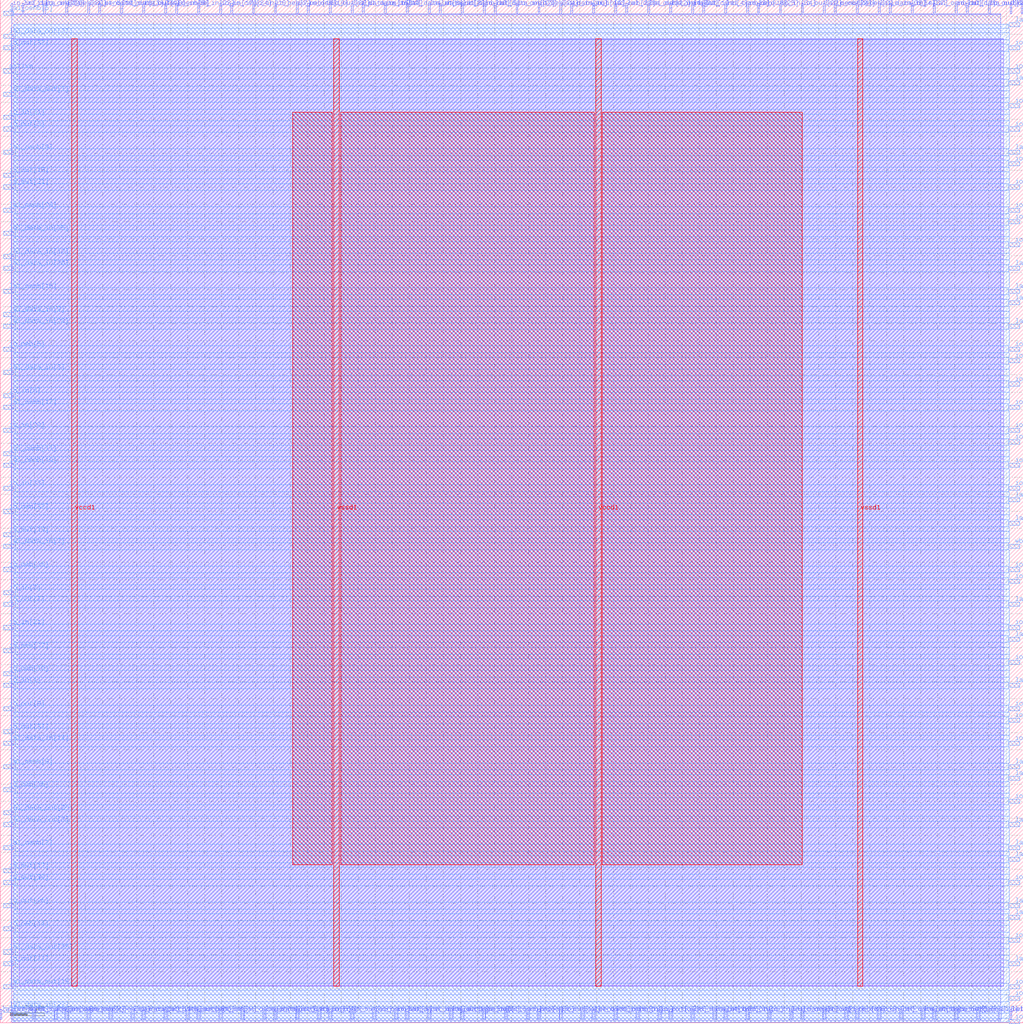
<source format=lef>
VERSION 5.7 ;
  NOWIREEXTENSIONATPIN ON ;
  DIVIDERCHAR "/" ;
  BUSBITCHARS "[]" ;
MACRO wrapped_simon_game
  CLASS BLOCK ;
  FOREIGN wrapped_simon_game ;
  ORIGIN 0.000 0.000 ;
  SIZE 300.000 BY 300.000 ;
  PIN active
    DIRECTION INPUT ;
    USE SIGNAL ;
    PORT
      LAYER met3 ;
        RECT 1.000 278.540 4.000 279.740 ;
    END
  END active
  PIN io_in[0]
    DIRECTION INPUT ;
    USE SIGNAL ;
    PORT
      LAYER met2 ;
        RECT 93.330 1.000 93.890 4.000 ;
    END
  END io_in[0]
  PIN io_in[10]
    DIRECTION INPUT ;
    USE SIGNAL ;
    PORT
      LAYER met2 ;
        RECT 167.390 296.000 167.950 299.000 ;
    END
  END io_in[10]
  PIN io_in[11]
    DIRECTION INPUT ;
    USE SIGNAL ;
    PORT
      LAYER met2 ;
        RECT 3.170 296.000 3.730 299.000 ;
    END
  END io_in[11]
  PIN io_in[12]
    DIRECTION INPUT ;
    USE SIGNAL ;
    PORT
      LAYER met3 ;
        RECT 296.000 251.340 299.000 252.540 ;
    END
  END io_in[12]
  PIN io_in[13]
    DIRECTION INPUT ;
    USE SIGNAL ;
    PORT
      LAYER met2 ;
        RECT 141.630 1.000 142.190 4.000 ;
    END
  END io_in[13]
  PIN io_in[14]
    DIRECTION INPUT ;
    USE SIGNAL ;
    PORT
      LAYER met2 ;
        RECT 112.650 296.000 113.210 299.000 ;
    END
  END io_in[14]
  PIN io_in[15]
    DIRECTION INPUT ;
    USE SIGNAL ;
    PORT
      LAYER met3 ;
        RECT 296.000 261.540 299.000 262.740 ;
    END
  END io_in[15]
  PIN io_in[16]
    DIRECTION INPUT ;
    USE SIGNAL ;
    PORT
      LAYER met3 ;
        RECT 296.000 23.540 299.000 24.740 ;
    END
  END io_in[16]
  PIN io_in[17]
    DIRECTION INPUT ;
    USE SIGNAL ;
    PORT
      LAYER met2 ;
        RECT 64.350 296.000 64.910 299.000 ;
    END
  END io_in[17]
  PIN io_in[18]
    DIRECTION INPUT ;
    USE SIGNAL ;
    PORT
      LAYER met2 ;
        RECT 74.010 296.000 74.570 299.000 ;
    END
  END io_in[18]
  PIN io_in[19]
    DIRECTION INPUT ;
    USE SIGNAL ;
    PORT
      LAYER met2 ;
        RECT 257.550 1.000 258.110 4.000 ;
    END
  END io_in[19]
  PIN io_in[1]
    DIRECTION INPUT ;
    USE SIGNAL ;
    PORT
      LAYER met3 ;
        RECT 1.000 98.340 4.000 99.540 ;
    END
  END io_in[1]
  PIN io_in[20]
    DIRECTION INPUT ;
    USE SIGNAL ;
    PORT
      LAYER met3 ;
        RECT 1.000 173.140 4.000 174.340 ;
    END
  END io_in[20]
  PIN io_in[21]
    DIRECTION INPUT ;
    USE SIGNAL ;
    PORT
      LAYER met3 ;
        RECT 1.000 115.340 4.000 116.540 ;
    END
  END io_in[21]
  PIN io_in[22]
    DIRECTION INPUT ;
    USE SIGNAL ;
    PORT
      LAYER met3 ;
        RECT 296.000 91.540 299.000 92.740 ;
    END
  END io_in[22]
  PIN io_in[23]
    DIRECTION INPUT ;
    USE SIGNAL ;
    PORT
      LAYER met2 ;
        RECT 57.910 296.000 58.470 299.000 ;
    END
  END io_in[23]
  PIN io_in[24]
    DIRECTION INPUT ;
    USE SIGNAL ;
    PORT
      LAYER met2 ;
        RECT 41.810 296.000 42.370 299.000 ;
    END
  END io_in[24]
  PIN io_in[25]
    DIRECTION INPUT ;
    USE SIGNAL ;
    PORT
      LAYER met2 ;
        RECT 225.350 1.000 225.910 4.000 ;
    END
  END io_in[25]
  PIN io_in[26]
    DIRECTION INPUT ;
    USE SIGNAL ;
    PORT
      LAYER met2 ;
        RECT 218.910 1.000 219.470 4.000 ;
    END
  END io_in[26]
  PIN io_in[27]
    DIRECTION INPUT ;
    USE SIGNAL ;
    PORT
      LAYER met3 ;
        RECT 296.000 64.340 299.000 65.540 ;
    END
  END io_in[27]
  PIN io_in[28]
    DIRECTION INPUT ;
    USE SIGNAL ;
    PORT
      LAYER met2 ;
        RECT 196.370 1.000 196.930 4.000 ;
    END
  END io_in[28]
  PIN io_in[29]
    DIRECTION INPUT ;
    USE SIGNAL ;
    PORT
      LAYER met2 ;
        RECT 299.410 296.000 299.970 299.000 ;
    END
  END io_in[29]
  PIN io_in[2]
    DIRECTION INPUT ;
    USE SIGNAL ;
    PORT
      LAYER met2 ;
        RECT 96.550 1.000 97.110 4.000 ;
    END
  END io_in[2]
  PIN io_in[30]
    DIRECTION INPUT ;
    USE SIGNAL ;
    PORT
      LAYER met3 ;
        RECT 296.000 115.340 299.000 116.540 ;
    END
  END io_in[30]
  PIN io_in[31]
    DIRECTION INPUT ;
    USE SIGNAL ;
    PORT
      LAYER met3 ;
        RECT 1.000 264.940 4.000 266.140 ;
    END
  END io_in[31]
  PIN io_in[32]
    DIRECTION INPUT ;
    USE SIGNAL ;
    PORT
      LAYER met2 ;
        RECT 186.710 1.000 187.270 4.000 ;
    END
  END io_in[32]
  PIN io_in[33]
    DIRECTION INPUT ;
    USE SIGNAL ;
    PORT
      LAYER met3 ;
        RECT 1.000 156.140 4.000 157.340 ;
    END
  END io_in[33]
  PIN io_in[34]
    DIRECTION INPUT ;
    USE SIGNAL ;
    PORT
      LAYER met2 ;
        RECT 228.570 296.000 229.130 299.000 ;
    END
  END io_in[34]
  PIN io_in[35]
    DIRECTION INPUT ;
    USE SIGNAL ;
    PORT
      LAYER met2 ;
        RECT 260.770 296.000 261.330 299.000 ;
    END
  END io_in[35]
  PIN io_in[36]
    DIRECTION INPUT ;
    USE SIGNAL ;
    PORT
      LAYER met3 ;
        RECT 296.000 186.740 299.000 187.940 ;
    END
  END io_in[36]
  PIN io_in[37]
    DIRECTION INPUT ;
    USE SIGNAL ;
    PORT
      LAYER met2 ;
        RECT 267.210 296.000 267.770 299.000 ;
    END
  END io_in[37]
  PIN io_in[3]
    DIRECTION INPUT ;
    USE SIGNAL ;
    PORT
      LAYER met2 ;
        RECT 173.830 296.000 174.390 299.000 ;
    END
  END io_in[3]
  PIN io_in[4]
    DIRECTION INPUT ;
    USE SIGNAL ;
    PORT
      LAYER met3 ;
        RECT 296.000 179.940 299.000 181.140 ;
    END
  END io_in[4]
  PIN io_in[5]
    DIRECTION INPUT ;
    USE SIGNAL ;
    PORT
      LAYER met3 ;
        RECT 296.000 285.340 299.000 286.540 ;
    END
  END io_in[5]
  PIN io_in[6]
    DIRECTION INPUT ;
    USE SIGNAL ;
    PORT
      LAYER met3 ;
        RECT 1.000 183.340 4.000 184.540 ;
    END
  END io_in[6]
  PIN io_in[7]
    DIRECTION INPUT ;
    USE SIGNAL ;
    PORT
      LAYER met3 ;
        RECT 1.000 125.540 4.000 126.740 ;
    END
  END io_in[7]
  PIN io_in[8]
    DIRECTION INPUT ;
    USE SIGNAL ;
    PORT
      LAYER met3 ;
        RECT 296.000 196.940 299.000 198.140 ;
    END
  END io_in[8]
  PIN io_in[9]
    DIRECTION INPUT ;
    USE SIGNAL ;
    PORT
      LAYER met2 ;
        RECT 51.470 296.000 52.030 299.000 ;
    END
  END io_in[9]
  PIN io_oeb[0]
    DIRECTION INOUT ;
    USE SIGNAL ;
    PORT
      LAYER met2 ;
        RECT 157.730 1.000 158.290 4.000 ;
    END
  END io_oeb[0]
  PIN io_oeb[10]
    DIRECTION INOUT ;
    USE SIGNAL ;
    PORT
      LAYER met3 ;
        RECT 1.000 101.740 4.000 102.940 ;
    END
  END io_oeb[10]
  PIN io_oeb[11]
    DIRECTION INOUT ;
    USE SIGNAL ;
    PORT
      LAYER met3 ;
        RECT 296.000 169.740 299.000 170.940 ;
    END
  END io_oeb[11]
  PIN io_oeb[12]
    DIRECTION INOUT ;
    USE SIGNAL ;
    PORT
      LAYER met3 ;
        RECT 296.000 88.140 299.000 89.340 ;
    END
  END io_oeb[12]
  PIN io_oeb[13]
    DIRECTION INOUT ;
    USE SIGNAL ;
    PORT
      LAYER met3 ;
        RECT 296.000 81.340 299.000 82.540 ;
    END
  END io_oeb[13]
  PIN io_oeb[14]
    DIRECTION INOUT ;
    USE SIGNAL ;
    PORT
      LAYER met3 ;
        RECT 1.000 26.940 4.000 28.140 ;
    END
  END io_oeb[14]
  PIN io_oeb[15]
    DIRECTION INOUT ;
    USE SIGNAL ;
    PORT
      LAYER met2 ;
        RECT 86.890 296.000 87.450 299.000 ;
    END
  END io_oeb[15]
  PIN io_oeb[16]
    DIRECTION INOUT ;
    USE SIGNAL ;
    PORT
      LAYER met3 ;
        RECT 296.000 9.940 299.000 11.140 ;
    END
  END io_oeb[16]
  PIN io_oeb[17]
    DIRECTION INOUT ;
    USE SIGNAL ;
    PORT
      LAYER met2 ;
        RECT 80.450 1.000 81.010 4.000 ;
    END
  END io_oeb[17]
  PIN io_oeb[18]
    DIRECTION INOUT ;
    USE SIGNAL ;
    PORT
      LAYER met2 ;
        RECT 218.910 296.000 219.470 299.000 ;
    END
  END io_oeb[18]
  PIN io_oeb[19]
    DIRECTION INOUT ;
    USE SIGNAL ;
    PORT
      LAYER met2 ;
        RECT 90.110 296.000 90.670 299.000 ;
    END
  END io_oeb[19]
  PIN io_oeb[1]
    DIRECTION INOUT ;
    USE SIGNAL ;
    PORT
      LAYER met2 ;
        RECT 235.010 1.000 235.570 4.000 ;
    END
  END io_oeb[1]
  PIN io_oeb[20]
    DIRECTION INOUT ;
    USE SIGNAL ;
    PORT
      LAYER met3 ;
        RECT 296.000 128.940 299.000 130.140 ;
    END
  END io_oeb[20]
  PIN io_oeb[21]
    DIRECTION INOUT ;
    USE SIGNAL ;
    PORT
      LAYER met2 ;
        RECT 12.830 296.000 13.390 299.000 ;
    END
  END io_oeb[21]
  PIN io_oeb[22]
    DIRECTION INOUT ;
    USE SIGNAL ;
    PORT
      LAYER met2 ;
        RECT 32.150 1.000 32.710 4.000 ;
    END
  END io_oeb[22]
  PIN io_oeb[23]
    DIRECTION INOUT ;
    USE SIGNAL ;
    PORT
      LAYER met2 ;
        RECT 151.290 296.000 151.850 299.000 ;
    END
  END io_oeb[23]
  PIN io_oeb[24]
    DIRECTION INOUT ;
    USE SIGNAL ;
    PORT
      LAYER met2 ;
        RECT 157.730 296.000 158.290 299.000 ;
    END
  END io_oeb[24]
  PIN io_oeb[25]
    DIRECTION INOUT ;
    USE SIGNAL ;
    PORT
      LAYER met2 ;
        RECT 286.530 1.000 287.090 4.000 ;
    END
  END io_oeb[25]
  PIN io_oeb[26]
    DIRECTION INOUT ;
    USE SIGNAL ;
    PORT
      LAYER met3 ;
        RECT 296.000 234.340 299.000 235.540 ;
    END
  END io_oeb[26]
  PIN io_oeb[27]
    DIRECTION INOUT ;
    USE SIGNAL ;
    PORT
      LAYER met2 ;
        RECT 180.270 296.000 180.830 299.000 ;
    END
  END io_oeb[27]
  PIN io_oeb[28]
    DIRECTION INOUT ;
    USE SIGNAL ;
    PORT
      LAYER met2 ;
        RECT 251.110 1.000 251.670 4.000 ;
    END
  END io_oeb[28]
  PIN io_oeb[29]
    DIRECTION INOUT ;
    USE SIGNAL ;
    PORT
      LAYER met3 ;
        RECT 296.000 193.540 299.000 194.740 ;
    END
  END io_oeb[29]
  PIN io_oeb[2]
    DIRECTION INOUT ;
    USE SIGNAL ;
    PORT
      LAYER met2 ;
        RECT 251.110 296.000 251.670 299.000 ;
    END
  END io_oeb[2]
  PIN io_oeb[30]
    DIRECTION INOUT ;
    USE SIGNAL ;
    PORT
      LAYER met2 ;
        RECT 19.270 296.000 19.830 299.000 ;
    END
  END io_oeb[30]
  PIN io_oeb[31]
    DIRECTION INOUT ;
    USE SIGNAL ;
    PORT
      LAYER met2 ;
        RECT 247.890 1.000 248.450 4.000 ;
    END
  END io_oeb[31]
  PIN io_oeb[32]
    DIRECTION INOUT ;
    USE SIGNAL ;
    PORT
      LAYER met3 ;
        RECT 1.000 149.340 4.000 150.540 ;
    END
  END io_oeb[32]
  PIN io_oeb[33]
    DIRECTION INOUT ;
    USE SIGNAL ;
    PORT
      LAYER met2 ;
        RECT 292.970 1.000 293.530 4.000 ;
    END
  END io_oeb[33]
  PIN io_oeb[34]
    DIRECTION INOUT ;
    USE SIGNAL ;
    PORT
      LAYER met2 ;
        RECT 67.570 296.000 68.130 299.000 ;
    END
  END io_oeb[34]
  PIN io_oeb[35]
    DIRECTION INOUT ;
    USE SIGNAL ;
    PORT
      LAYER met3 ;
        RECT 1.000 132.340 4.000 133.540 ;
    END
  END io_oeb[35]
  PIN io_oeb[36]
    DIRECTION INOUT ;
    USE SIGNAL ;
    PORT
      LAYER met3 ;
        RECT 1.000 67.740 4.000 68.940 ;
    END
  END io_oeb[36]
  PIN io_oeb[37]
    DIRECTION INOUT ;
    USE SIGNAL ;
    PORT
      LAYER met3 ;
        RECT 1.000 108.540 4.000 109.740 ;
    END
  END io_oeb[37]
  PIN io_oeb[3]
    DIRECTION INOUT ;
    USE SIGNAL ;
    PORT
      LAYER met2 ;
        RECT 154.510 1.000 155.070 4.000 ;
    END
  END io_oeb[3]
  PIN io_oeb[4]
    DIRECTION INOUT ;
    USE SIGNAL ;
    PORT
      LAYER met3 ;
        RECT 296.000 -0.260 299.000 0.940 ;
    END
  END io_oeb[4]
  PIN io_oeb[5]
    DIRECTION INOUT ;
    USE SIGNAL ;
    PORT
      LAYER met3 ;
        RECT 1.000 196.940 4.000 198.140 ;
    END
  END io_oeb[5]
  PIN io_oeb[6]
    DIRECTION INOUT ;
    USE SIGNAL ;
    PORT
      LAYER met3 ;
        RECT 296.000 105.140 299.000 106.340 ;
    END
  END io_oeb[6]
  PIN io_oeb[7]
    DIRECTION INOUT ;
    USE SIGNAL ;
    PORT
      LAYER met2 ;
        RECT 80.450 296.000 81.010 299.000 ;
    END
  END io_oeb[7]
  PIN io_oeb[8]
    DIRECTION INOUT ;
    USE SIGNAL ;
    PORT
      LAYER met2 ;
        RECT 25.710 1.000 26.270 4.000 ;
    END
  END io_oeb[8]
  PIN io_oeb[9]
    DIRECTION INOUT ;
    USE SIGNAL ;
    PORT
      LAYER met2 ;
        RECT 64.350 1.000 64.910 4.000 ;
    END
  END io_oeb[9]
  PIN io_out[0]
    DIRECTION INOUT ;
    USE SIGNAL ;
    PORT
      LAYER met3 ;
        RECT 296.000 278.540 299.000 279.740 ;
    END
  END io_out[0]
  PIN io_out[10]
    DIRECTION INOUT ;
    USE SIGNAL ;
    PORT
      LAYER met3 ;
        RECT 296.000 162.940 299.000 164.140 ;
    END
  END io_out[10]
  PIN io_out[11]
    DIRECTION INOUT ;
    USE SIGNAL ;
    PORT
      LAYER met3 ;
        RECT 1.000 16.740 4.000 17.940 ;
    END
  END io_out[11]
  PIN io_out[12]
    DIRECTION INOUT ;
    USE SIGNAL ;
    PORT
      LAYER met3 ;
        RECT 1.000 43.940 4.000 45.140 ;
    END
  END io_out[12]
  PIN io_out[13]
    DIRECTION INOUT ;
    USE SIGNAL ;
    PORT
      LAYER met2 ;
        RECT 241.450 1.000 242.010 4.000 ;
    END
  END io_out[13]
  PIN io_out[14]
    DIRECTION INOUT ;
    USE SIGNAL ;
    PORT
      LAYER met3 ;
        RECT 296.000 237.740 299.000 238.940 ;
    END
  END io_out[14]
  PIN io_out[15]
    DIRECTION INOUT ;
    USE SIGNAL ;
    PORT
      LAYER met3 ;
        RECT 1.000 247.940 4.000 249.140 ;
    END
  END io_out[15]
  PIN io_out[16]
    DIRECTION INOUT ;
    USE SIGNAL ;
    PORT
      LAYER met3 ;
        RECT 296.000 156.140 299.000 157.340 ;
    END
  END io_out[16]
  PIN io_out[17]
    DIRECTION INOUT ;
    USE SIGNAL ;
    PORT
      LAYER met2 ;
        RECT 280.090 296.000 280.650 299.000 ;
    END
  END io_out[17]
  PIN io_out[18]
    DIRECTION INOUT ;
    USE SIGNAL ;
    PORT
      LAYER met2 ;
        RECT 280.090 1.000 280.650 4.000 ;
    END
  END io_out[18]
  PIN io_out[19]
    DIRECTION INOUT ;
    USE SIGNAL ;
    PORT
      LAYER met3 ;
        RECT 1.000 142.540 4.000 143.740 ;
    END
  END io_out[19]
  PIN io_out[1]
    DIRECTION INOUT ;
    USE SIGNAL ;
    PORT
      LAYER met2 ;
        RECT 202.810 296.000 203.370 299.000 ;
    END
  END io_out[1]
  PIN io_out[20]
    DIRECTION INOUT ;
    USE SIGNAL ;
    PORT
      LAYER met2 ;
        RECT 244.670 296.000 245.230 299.000 ;
    END
  END io_out[20]
  PIN io_out[21]
    DIRECTION INOUT ;
    USE SIGNAL ;
    PORT
      LAYER met3 ;
        RECT 1.000 244.540 4.000 245.740 ;
    END
  END io_out[21]
  PIN io_out[22]
    DIRECTION INOUT ;
    USE SIGNAL ;
    PORT
      LAYER met2 ;
        RECT 193.150 1.000 193.710 4.000 ;
    END
  END io_out[22]
  PIN io_out[23]
    DIRECTION INOUT ;
    USE SIGNAL ;
    PORT
      LAYER met3 ;
        RECT 296.000 132.340 299.000 133.540 ;
    END
  END io_out[23]
  PIN io_out[24]
    DIRECTION INOUT ;
    USE SIGNAL ;
    PORT
      LAYER met2 ;
        RECT 164.170 1.000 164.730 4.000 ;
    END
  END io_out[24]
  PIN io_out[25]
    DIRECTION INOUT ;
    USE SIGNAL ;
    PORT
      LAYER met2 ;
        RECT 222.130 296.000 222.690 299.000 ;
    END
  END io_out[25]
  PIN io_out[26]
    DIRECTION INOUT ;
    USE SIGNAL ;
    PORT
      LAYER met3 ;
        RECT 1.000 33.740 4.000 34.940 ;
    END
  END io_out[26]
  PIN io_out[27]
    DIRECTION INOUT ;
    USE SIGNAL ;
    PORT
      LAYER met2 ;
        RECT 235.010 296.000 235.570 299.000 ;
    END
  END io_out[27]
  PIN io_out[28]
    DIRECTION INOUT ;
    USE SIGNAL ;
    PORT
      LAYER met2 ;
        RECT 102.990 1.000 103.550 4.000 ;
    END
  END io_out[28]
  PIN io_out[29]
    DIRECTION INOUT ;
    USE SIGNAL ;
    PORT
      LAYER met3 ;
        RECT 296.000 6.540 299.000 7.740 ;
    END
  END io_out[29]
  PIN io_out[2]
    DIRECTION INOUT ;
    USE SIGNAL ;
    PORT
      LAYER met2 ;
        RECT 41.810 1.000 42.370 4.000 ;
    END
  END io_out[2]
  PIN io_out[30]
    DIRECTION INOUT ;
    USE SIGNAL ;
    PORT
      LAYER met3 ;
        RECT 1.000 40.540 4.000 41.740 ;
    END
  END io_out[30]
  PIN io_out[31]
    DIRECTION INOUT ;
    USE SIGNAL ;
    PORT
      LAYER met3 ;
        RECT 1.000 84.740 4.000 85.940 ;
    END
  END io_out[31]
  PIN io_out[32]
    DIRECTION INOUT ;
    USE SIGNAL ;
    PORT
      LAYER met3 ;
        RECT 1.000 285.340 4.000 286.540 ;
    END
  END io_out[32]
  PIN io_out[33]
    DIRECTION INOUT ;
    USE SIGNAL ;
    PORT
      LAYER met3 ;
        RECT 296.000 40.540 299.000 41.740 ;
    END
  END io_out[33]
  PIN io_out[34]
    DIRECTION INOUT ;
    USE SIGNAL ;
    PORT
      LAYER met3 ;
        RECT 296.000 244.540 299.000 245.740 ;
    END
  END io_out[34]
  PIN io_out[35]
    DIRECTION INOUT ;
    USE SIGNAL ;
    PORT
      LAYER met3 ;
        RECT 296.000 227.540 299.000 228.740 ;
    END
  END io_out[35]
  PIN io_out[36]
    DIRECTION INOUT ;
    USE SIGNAL ;
    PORT
      LAYER met2 ;
        RECT 96.550 296.000 97.110 299.000 ;
    END
  END io_out[36]
  PIN io_out[37]
    DIRECTION INOUT ;
    USE SIGNAL ;
    PORT
      LAYER met3 ;
        RECT 296.000 268.340 299.000 269.540 ;
    END
  END io_out[37]
  PIN io_out[3]
    DIRECTION INOUT ;
    USE SIGNAL ;
    PORT
      LAYER met3 ;
        RECT 1.000 261.540 4.000 262.740 ;
    END
  END io_out[3]
  PIN io_out[4]
    DIRECTION INOUT ;
    USE SIGNAL ;
    PORT
      LAYER met3 ;
        RECT 296.000 173.140 299.000 174.340 ;
    END
  END io_out[4]
  PIN io_out[5]
    DIRECTION INOUT ;
    USE SIGNAL ;
    PORT
      LAYER met2 ;
        RECT 141.630 296.000 142.190 299.000 ;
    END
  END io_out[5]
  PIN io_out[6]
    DIRECTION INOUT ;
    USE SIGNAL ;
    PORT
      LAYER met2 ;
        RECT 289.750 296.000 290.310 299.000 ;
    END
  END io_out[6]
  PIN io_out[7]
    DIRECTION INOUT ;
    USE SIGNAL ;
    PORT
      LAYER met3 ;
        RECT 1.000 122.140 4.000 123.340 ;
    END
  END io_out[7]
  PIN io_out[8]
    DIRECTION INOUT ;
    USE SIGNAL ;
    PORT
      LAYER met2 ;
        RECT 115.870 1.000 116.430 4.000 ;
    END
  END io_out[8]
  PIN io_out[9]
    DIRECTION INOUT ;
    USE SIGNAL ;
    PORT
      LAYER met3 ;
        RECT 1.000 91.540 4.000 92.740 ;
    END
  END io_out[9]
  PIN la1_data_in[0]
    DIRECTION INPUT ;
    USE SIGNAL ;
    PORT
      LAYER met3 ;
        RECT 296.000 47.340 299.000 48.540 ;
    END
  END la1_data_in[0]
  PIN la1_data_in[10]
    DIRECTION INPUT ;
    USE SIGNAL ;
    PORT
      LAYER met2 ;
        RECT 131.970 1.000 132.530 4.000 ;
    END
  END la1_data_in[10]
  PIN la1_data_in[11]
    DIRECTION INPUT ;
    USE SIGNAL ;
    PORT
      LAYER met3 ;
        RECT 296.000 33.740 299.000 34.940 ;
    END
  END la1_data_in[11]
  PIN la1_data_in[12]
    DIRECTION INPUT ;
    USE SIGNAL ;
    PORT
      LAYER met3 ;
        RECT 1.000 224.140 4.000 225.340 ;
    END
  END la1_data_in[12]
  PIN la1_data_in[13]
    DIRECTION INPUT ;
    USE SIGNAL ;
    PORT
      LAYER met2 ;
        RECT 202.810 1.000 203.370 4.000 ;
    END
  END la1_data_in[13]
  PIN la1_data_in[14]
    DIRECTION INPUT ;
    USE SIGNAL ;
    PORT
      LAYER met3 ;
        RECT 1.000 81.340 4.000 82.540 ;
    END
  END la1_data_in[14]
  PIN la1_data_in[15]
    DIRECTION INPUT ;
    USE SIGNAL ;
    PORT
      LAYER met2 ;
        RECT 102.990 296.000 103.550 299.000 ;
    END
  END la1_data_in[15]
  PIN la1_data_in[16]
    DIRECTION INPUT ;
    USE SIGNAL ;
    PORT
      LAYER met2 ;
        RECT 189.930 296.000 190.490 299.000 ;
    END
  END la1_data_in[16]
  PIN la1_data_in[17]
    DIRECTION INPUT ;
    USE SIGNAL ;
    PORT
      LAYER met2 ;
        RECT 144.850 296.000 145.410 299.000 ;
    END
  END la1_data_in[17]
  PIN la1_data_in[18]
    DIRECTION INPUT ;
    USE SIGNAL ;
    PORT
      LAYER met2 ;
        RECT 263.990 1.000 264.550 4.000 ;
    END
  END la1_data_in[18]
  PIN la1_data_in[19]
    DIRECTION INPUT ;
    USE SIGNAL ;
    PORT
      LAYER met2 ;
        RECT 106.210 296.000 106.770 299.000 ;
    END
  END la1_data_in[19]
  PIN la1_data_in[1]
    DIRECTION INPUT ;
    USE SIGNAL ;
    PORT
      LAYER met2 ;
        RECT 119.090 1.000 119.650 4.000 ;
    END
  END la1_data_in[1]
  PIN la1_data_in[20]
    DIRECTION INPUT ;
    USE SIGNAL ;
    PORT
      LAYER met3 ;
        RECT 1.000 220.740 4.000 221.940 ;
    END
  END la1_data_in[20]
  PIN la1_data_in[21]
    DIRECTION INPUT ;
    USE SIGNAL ;
    PORT
      LAYER met2 ;
        RECT 296.190 296.000 296.750 299.000 ;
    END
  END la1_data_in[21]
  PIN la1_data_in[22]
    DIRECTION INPUT ;
    USE SIGNAL ;
    PORT
      LAYER met3 ;
        RECT 296.000 50.740 299.000 51.940 ;
    END
  END la1_data_in[22]
  PIN la1_data_in[23]
    DIRECTION INPUT ;
    USE SIGNAL ;
    PORT
      LAYER met3 ;
        RECT 1.000 3.140 4.000 4.340 ;
    END
  END la1_data_in[23]
  PIN la1_data_in[24]
    DIRECTION INPUT ;
    USE SIGNAL ;
    PORT
      LAYER met2 ;
        RECT 86.890 1.000 87.450 4.000 ;
    END
  END la1_data_in[24]
  PIN la1_data_in[25]
    DIRECTION INPUT ;
    USE SIGNAL ;
    PORT
      LAYER met3 ;
        RECT 1.000 230.940 4.000 232.140 ;
    END
  END la1_data_in[25]
  PIN la1_data_in[26]
    DIRECTION INPUT ;
    USE SIGNAL ;
    PORT
      LAYER met3 ;
        RECT 296.000 16.740 299.000 17.940 ;
    END
  END la1_data_in[26]
  PIN la1_data_in[27]
    DIRECTION INPUT ;
    USE SIGNAL ;
    PORT
      LAYER met2 ;
        RECT 173.830 1.000 174.390 4.000 ;
    END
  END la1_data_in[27]
  PIN la1_data_in[28]
    DIRECTION INPUT ;
    USE SIGNAL ;
    PORT
      LAYER met3 ;
        RECT 1.000 203.740 4.000 204.940 ;
    END
  END la1_data_in[28]
  PIN la1_data_in[29]
    DIRECTION INPUT ;
    USE SIGNAL ;
    PORT
      LAYER met2 ;
        RECT 6.390 296.000 6.950 299.000 ;
    END
  END la1_data_in[29]
  PIN la1_data_in[2]
    DIRECTION INPUT ;
    USE SIGNAL ;
    PORT
      LAYER met2 ;
        RECT 70.790 1.000 71.350 4.000 ;
    END
  END la1_data_in[2]
  PIN la1_data_in[30]
    DIRECTION INPUT ;
    USE SIGNAL ;
    PORT
      LAYER met2 ;
        RECT 9.610 1.000 10.170 4.000 ;
    END
  END la1_data_in[30]
  PIN la1_data_in[31]
    DIRECTION INPUT ;
    USE SIGNAL ;
    PORT
      LAYER met2 ;
        RECT 231.790 1.000 232.350 4.000 ;
    END
  END la1_data_in[31]
  PIN la1_data_in[3]
    DIRECTION INPUT ;
    USE SIGNAL ;
    PORT
      LAYER met3 ;
        RECT 1.000 190.140 4.000 191.340 ;
    END
  END la1_data_in[3]
  PIN la1_data_in[4]
    DIRECTION INPUT ;
    USE SIGNAL ;
    PORT
      LAYER met2 ;
        RECT 257.550 296.000 258.110 299.000 ;
    END
  END la1_data_in[4]
  PIN la1_data_in[5]
    DIRECTION INPUT ;
    USE SIGNAL ;
    PORT
      LAYER met3 ;
        RECT 296.000 145.940 299.000 147.140 ;
    END
  END la1_data_in[5]
  PIN la1_data_in[6]
    DIRECTION INPUT ;
    USE SIGNAL ;
    PORT
      LAYER met2 ;
        RECT 119.090 296.000 119.650 299.000 ;
    END
  END la1_data_in[6]
  PIN la1_data_in[7]
    DIRECTION INPUT ;
    USE SIGNAL ;
    PORT
      LAYER met3 ;
        RECT 1.000 139.140 4.000 140.340 ;
    END
  END la1_data_in[7]
  PIN la1_data_in[8]
    DIRECTION INPUT ;
    USE SIGNAL ;
    PORT
      LAYER met2 ;
        RECT 125.530 296.000 126.090 299.000 ;
    END
  END la1_data_in[8]
  PIN la1_data_in[9]
    DIRECTION INPUT ;
    USE SIGNAL ;
    PORT
      LAYER met3 ;
        RECT 1.000 207.140 4.000 208.340 ;
    END
  END la1_data_in[9]
  PIN la1_data_out[0]
    DIRECTION INOUT ;
    USE SIGNAL ;
    PORT
      LAYER met2 ;
        RECT 48.250 1.000 48.810 4.000 ;
    END
  END la1_data_out[0]
  PIN la1_data_out[10]
    DIRECTION INOUT ;
    USE SIGNAL ;
    PORT
      LAYER met3 ;
        RECT 296.000 71.140 299.000 72.340 ;
    END
  END la1_data_out[10]
  PIN la1_data_out[11]
    DIRECTION INOUT ;
    USE SIGNAL ;
    PORT
      LAYER met2 ;
        RECT 135.190 1.000 135.750 4.000 ;
    END
  END la1_data_out[11]
  PIN la1_data_out[12]
    DIRECTION INOUT ;
    USE SIGNAL ;
    PORT
      LAYER met3 ;
        RECT 296.000 275.140 299.000 276.340 ;
    END
  END la1_data_out[12]
  PIN la1_data_out[13]
    DIRECTION INOUT ;
    USE SIGNAL ;
    PORT
      LAYER met2 ;
        RECT 28.930 296.000 29.490 299.000 ;
    END
  END la1_data_out[13]
  PIN la1_data_out[14]
    DIRECTION INOUT ;
    USE SIGNAL ;
    PORT
      LAYER met2 ;
        RECT 164.170 296.000 164.730 299.000 ;
    END
  END la1_data_out[14]
  PIN la1_data_out[15]
    DIRECTION INOUT ;
    USE SIGNAL ;
    PORT
      LAYER met3 ;
        RECT 1.000 9.940 4.000 11.140 ;
    END
  END la1_data_out[15]
  PIN la1_data_out[16]
    DIRECTION INOUT ;
    USE SIGNAL ;
    PORT
      LAYER met3 ;
        RECT 296.000 98.340 299.000 99.540 ;
    END
  END la1_data_out[16]
  PIN la1_data_out[17]
    DIRECTION INOUT ;
    USE SIGNAL ;
    PORT
      LAYER met3 ;
        RECT 296.000 213.940 299.000 215.140 ;
    END
  END la1_data_out[17]
  PIN la1_data_out[18]
    DIRECTION INOUT ;
    USE SIGNAL ;
    PORT
      LAYER met2 ;
        RECT 35.370 296.000 35.930 299.000 ;
    END
  END la1_data_out[18]
  PIN la1_data_out[19]
    DIRECTION INOUT ;
    USE SIGNAL ;
    PORT
      LAYER met3 ;
        RECT 296.000 152.740 299.000 153.940 ;
    END
  END la1_data_out[19]
  PIN la1_data_out[1]
    DIRECTION INOUT ;
    USE SIGNAL ;
    PORT
      LAYER met3 ;
        RECT 1.000 271.740 4.000 272.940 ;
    END
  END la1_data_out[1]
  PIN la1_data_out[20]
    DIRECTION INOUT ;
    USE SIGNAL ;
    PORT
      LAYER met3 ;
        RECT 1.000 60.940 4.000 62.140 ;
    END
  END la1_data_out[20]
  PIN la1_data_out[21]
    DIRECTION INOUT ;
    USE SIGNAL ;
    PORT
      LAYER met3 ;
        RECT 296.000 254.740 299.000 255.940 ;
    END
  END la1_data_out[21]
  PIN la1_data_out[22]
    DIRECTION INOUT ;
    USE SIGNAL ;
    PORT
      LAYER met2 ;
        RECT 183.490 296.000 184.050 299.000 ;
    END
  END la1_data_out[22]
  PIN la1_data_out[23]
    DIRECTION INOUT ;
    USE SIGNAL ;
    PORT
      LAYER met2 ;
        RECT 77.230 1.000 77.790 4.000 ;
    END
  END la1_data_out[23]
  PIN la1_data_out[24]
    DIRECTION INOUT ;
    USE SIGNAL ;
    PORT
      LAYER met3 ;
        RECT 296.000 111.940 299.000 113.140 ;
    END
  END la1_data_out[24]
  PIN la1_data_out[25]
    DIRECTION INOUT ;
    USE SIGNAL ;
    PORT
      LAYER met3 ;
        RECT 1.000 20.140 4.000 21.340 ;
    END
  END la1_data_out[25]
  PIN la1_data_out[26]
    DIRECTION INOUT ;
    USE SIGNAL ;
    PORT
      LAYER met3 ;
        RECT 296.000 30.340 299.000 31.540 ;
    END
  END la1_data_out[26]
  PIN la1_data_out[27]
    DIRECTION INOUT ;
    USE SIGNAL ;
    PORT
      LAYER met3 ;
        RECT 1.000 288.740 4.000 289.940 ;
    END
  END la1_data_out[27]
  PIN la1_data_out[28]
    DIRECTION INOUT ;
    USE SIGNAL ;
    PORT
      LAYER met2 ;
        RECT 270.430 1.000 270.990 4.000 ;
    END
  END la1_data_out[28]
  PIN la1_data_out[29]
    DIRECTION INOUT ;
    USE SIGNAL ;
    PORT
      LAYER met2 ;
        RECT 38.590 1.000 39.150 4.000 ;
    END
  END la1_data_out[29]
  PIN la1_data_out[2]
    DIRECTION INOUT ;
    USE SIGNAL ;
    PORT
      LAYER met2 ;
        RECT 125.530 1.000 126.090 4.000 ;
    END
  END la1_data_out[2]
  PIN la1_data_out[30]
    DIRECTION INOUT ;
    USE SIGNAL ;
    PORT
      LAYER met3 ;
        RECT 296.000 74.540 299.000 75.740 ;
    END
  END la1_data_out[30]
  PIN la1_data_out[31]
    DIRECTION INOUT ;
    USE SIGNAL ;
    PORT
      LAYER met3 ;
        RECT 296.000 292.140 299.000 293.340 ;
    END
  END la1_data_out[31]
  PIN la1_data_out[3]
    DIRECTION INOUT ;
    USE SIGNAL ;
    PORT
      LAYER met3 ;
        RECT 1.000 57.540 4.000 58.740 ;
    END
  END la1_data_out[3]
  PIN la1_data_out[4]
    DIRECTION INOUT ;
    USE SIGNAL ;
    PORT
      LAYER met2 ;
        RECT 273.650 1.000 274.210 4.000 ;
    END
  END la1_data_out[4]
  PIN la1_data_out[5]
    DIRECTION INOUT ;
    USE SIGNAL ;
    PORT
      LAYER met2 ;
        RECT 19.270 1.000 19.830 4.000 ;
    END
  END la1_data_out[5]
  PIN la1_data_out[6]
    DIRECTION INOUT ;
    USE SIGNAL ;
    PORT
      LAYER met3 ;
        RECT 296.000 122.140 299.000 123.340 ;
    END
  END la1_data_out[6]
  PIN la1_data_out[7]
    DIRECTION INOUT ;
    USE SIGNAL ;
    PORT
      LAYER met2 ;
        RECT 3.170 1.000 3.730 4.000 ;
    END
  END la1_data_out[7]
  PIN la1_data_out[8]
    DIRECTION INOUT ;
    USE SIGNAL ;
    PORT
      LAYER met3 ;
        RECT 296.000 220.740 299.000 221.940 ;
    END
  END la1_data_out[8]
  PIN la1_data_out[9]
    DIRECTION INOUT ;
    USE SIGNAL ;
    PORT
      LAYER met2 ;
        RECT 283.310 296.000 283.870 299.000 ;
    END
  END la1_data_out[9]
  PIN la1_oenb[0]
    DIRECTION INPUT ;
    USE SIGNAL ;
    PORT
      LAYER met2 ;
        RECT 296.190 1.000 296.750 4.000 ;
    END
  END la1_oenb[0]
  PIN la1_oenb[10]
    DIRECTION INPUT ;
    USE SIGNAL ;
    PORT
      LAYER met2 ;
        RECT 273.650 296.000 274.210 299.000 ;
    END
  END la1_oenb[10]
  PIN la1_oenb[11]
    DIRECTION INPUT ;
    USE SIGNAL ;
    PORT
      LAYER met3 ;
        RECT 1.000 166.340 4.000 167.540 ;
    END
  END la1_oenb[11]
  PIN la1_oenb[12]
    DIRECTION INPUT ;
    USE SIGNAL ;
    PORT
      LAYER met3 ;
        RECT 1.000 179.940 4.000 181.140 ;
    END
  END la1_oenb[12]
  PIN la1_oenb[13]
    DIRECTION INPUT ;
    USE SIGNAL ;
    PORT
      LAYER met2 ;
        RECT 180.270 1.000 180.830 4.000 ;
    END
  END la1_oenb[13]
  PIN la1_oenb[14]
    DIRECTION INPUT ;
    USE SIGNAL ;
    PORT
      LAYER met2 ;
        RECT -0.050 1.000 0.510 4.000 ;
    END
  END la1_oenb[14]
  PIN la1_oenb[15]
    DIRECTION INPUT ;
    USE SIGNAL ;
    PORT
      LAYER met2 ;
        RECT 212.470 1.000 213.030 4.000 ;
    END
  END la1_oenb[15]
  PIN la1_oenb[16]
    DIRECTION INPUT ;
    USE SIGNAL ;
    PORT
      LAYER met3 ;
        RECT 1.000 213.940 4.000 215.140 ;
    END
  END la1_oenb[16]
  PIN la1_oenb[17]
    DIRECTION INPUT ;
    USE SIGNAL ;
    PORT
      LAYER met2 ;
        RECT 25.710 296.000 26.270 299.000 ;
    END
  END la1_oenb[17]
  PIN la1_oenb[18]
    DIRECTION INPUT ;
    USE SIGNAL ;
    PORT
      LAYER met2 ;
        RECT 135.190 296.000 135.750 299.000 ;
    END
  END la1_oenb[18]
  PIN la1_oenb[19]
    DIRECTION INPUT ;
    USE SIGNAL ;
    PORT
      LAYER met3 ;
        RECT 1.000 162.940 4.000 164.140 ;
    END
  END la1_oenb[19]
  PIN la1_oenb[1]
    DIRECTION INPUT ;
    USE SIGNAL ;
    PORT
      LAYER met2 ;
        RECT 54.690 1.000 55.250 4.000 ;
    END
  END la1_oenb[1]
  PIN la1_oenb[20]
    DIRECTION INPUT ;
    USE SIGNAL ;
    PORT
      LAYER met2 ;
        RECT 16.050 1.000 16.610 4.000 ;
    END
  END la1_oenb[20]
  PIN la1_oenb[21]
    DIRECTION INPUT ;
    USE SIGNAL ;
    PORT
      LAYER met2 ;
        RECT 196.370 296.000 196.930 299.000 ;
    END
  END la1_oenb[21]
  PIN la1_oenb[22]
    DIRECTION INPUT ;
    USE SIGNAL ;
    PORT
      LAYER met2 ;
        RECT 128.750 296.000 129.310 299.000 ;
    END
  END la1_oenb[22]
  PIN la1_oenb[23]
    DIRECTION INPUT ;
    USE SIGNAL ;
    PORT
      LAYER met2 ;
        RECT 148.070 1.000 148.630 4.000 ;
    END
  END la1_oenb[23]
  PIN la1_oenb[24]
    DIRECTION INPUT ;
    USE SIGNAL ;
    PORT
      LAYER met2 ;
        RECT 241.450 296.000 242.010 299.000 ;
    END
  END la1_oenb[24]
  PIN la1_oenb[25]
    DIRECTION INPUT ;
    USE SIGNAL ;
    PORT
      LAYER met3 ;
        RECT 296.000 57.540 299.000 58.740 ;
    END
  END la1_oenb[25]
  PIN la1_oenb[26]
    DIRECTION INPUT ;
    USE SIGNAL ;
    PORT
      LAYER met3 ;
        RECT 1.000 237.740 4.000 238.940 ;
    END
  END la1_oenb[26]
  PIN la1_oenb[27]
    DIRECTION INPUT ;
    USE SIGNAL ;
    PORT
      LAYER met3 ;
        RECT 296.000 210.540 299.000 211.740 ;
    END
  END la1_oenb[27]
  PIN la1_oenb[28]
    DIRECTION INPUT ;
    USE SIGNAL ;
    PORT
      LAYER met2 ;
        RECT 57.910 1.000 58.470 4.000 ;
    END
  END la1_oenb[28]
  PIN la1_oenb[29]
    DIRECTION INPUT ;
    USE SIGNAL ;
    PORT
      LAYER met2 ;
        RECT 109.430 1.000 109.990 4.000 ;
    END
  END la1_oenb[29]
  PIN la1_oenb[2]
    DIRECTION INPUT ;
    USE SIGNAL ;
    PORT
      LAYER met3 ;
        RECT 1.000 50.740 4.000 51.940 ;
    END
  END la1_oenb[2]
  PIN la1_oenb[30]
    DIRECTION INPUT ;
    USE SIGNAL ;
    PORT
      LAYER met3 ;
        RECT 296.000 203.740 299.000 204.940 ;
    END
  END la1_oenb[30]
  PIN la1_oenb[31]
    DIRECTION INPUT ;
    USE SIGNAL ;
    PORT
      LAYER met2 ;
        RECT 170.610 1.000 171.170 4.000 ;
    END
  END la1_oenb[31]
  PIN la1_oenb[3]
    DIRECTION INPUT ;
    USE SIGNAL ;
    PORT
      LAYER met2 ;
        RECT 212.470 296.000 213.030 299.000 ;
    END
  END la1_oenb[3]
  PIN la1_oenb[4]
    DIRECTION INPUT ;
    USE SIGNAL ;
    PORT
      LAYER met2 ;
        RECT 206.030 296.000 206.590 299.000 ;
    END
  END la1_oenb[4]
  PIN la1_oenb[5]
    DIRECTION INPUT ;
    USE SIGNAL ;
    PORT
      LAYER met3 ;
        RECT 1.000 295.540 4.000 296.740 ;
    END
  END la1_oenb[5]
  PIN la1_oenb[6]
    DIRECTION INPUT ;
    USE SIGNAL ;
    PORT
      LAYER met2 ;
        RECT 48.250 296.000 48.810 299.000 ;
    END
  END la1_oenb[6]
  PIN la1_oenb[7]
    DIRECTION INPUT ;
    USE SIGNAL ;
    PORT
      LAYER met2 ;
        RECT 209.250 1.000 209.810 4.000 ;
    END
  END la1_oenb[7]
  PIN la1_oenb[8]
    DIRECTION INPUT ;
    USE SIGNAL ;
    PORT
      LAYER met3 ;
        RECT 1.000 74.540 4.000 75.740 ;
    END
  END la1_oenb[8]
  PIN la1_oenb[9]
    DIRECTION INPUT ;
    USE SIGNAL ;
    PORT
      LAYER met3 ;
        RECT 1.000 254.740 4.000 255.940 ;
    END
  END la1_oenb[9]
  PIN vccd1
    DIRECTION INOUT ;
    USE POWER ;
    PORT
      LAYER met4 ;
        RECT 21.040 10.640 22.640 288.560 ;
    END
    PORT
      LAYER met4 ;
        RECT 174.640 10.640 176.240 288.560 ;
    END
  END vccd1
  PIN vssd1
    DIRECTION INOUT ;
    USE GROUND ;
    PORT
      LAYER met4 ;
        RECT 97.840 10.640 99.440 288.560 ;
    END
    PORT
      LAYER met4 ;
        RECT 251.440 10.640 253.040 288.560 ;
    END
  END vssd1
  PIN wb_clk_i
    DIRECTION INPUT ;
    USE SIGNAL ;
    PORT
      LAYER met3 ;
        RECT 296.000 139.140 299.000 140.340 ;
    END
  END wb_clk_i
  OBS
      LAYER li1 ;
        RECT 5.520 10.795 294.400 288.405 ;
      LAYER met1 ;
        RECT 3.290 10.640 294.400 288.560 ;
      LAYER met2 ;
        RECT 4.010 295.720 6.110 296.000 ;
        RECT 7.230 295.720 12.550 296.000 ;
        RECT 13.670 295.720 18.990 296.000 ;
        RECT 20.110 295.720 25.430 296.000 ;
        RECT 26.550 295.720 28.650 296.000 ;
        RECT 29.770 295.720 35.090 296.000 ;
        RECT 36.210 295.720 41.530 296.000 ;
        RECT 42.650 295.720 47.970 296.000 ;
        RECT 49.090 295.720 51.190 296.000 ;
        RECT 52.310 295.720 57.630 296.000 ;
        RECT 58.750 295.720 64.070 296.000 ;
        RECT 65.190 295.720 67.290 296.000 ;
        RECT 68.410 295.720 73.730 296.000 ;
        RECT 74.850 295.720 80.170 296.000 ;
        RECT 81.290 295.720 86.610 296.000 ;
        RECT 87.730 295.720 89.830 296.000 ;
        RECT 90.950 295.720 96.270 296.000 ;
        RECT 97.390 295.720 102.710 296.000 ;
        RECT 103.830 295.720 105.930 296.000 ;
        RECT 107.050 295.720 112.370 296.000 ;
        RECT 113.490 295.720 118.810 296.000 ;
        RECT 119.930 295.720 125.250 296.000 ;
        RECT 126.370 295.720 128.470 296.000 ;
        RECT 129.590 295.720 134.910 296.000 ;
        RECT 136.030 295.720 141.350 296.000 ;
        RECT 142.470 295.720 144.570 296.000 ;
        RECT 145.690 295.720 151.010 296.000 ;
        RECT 152.130 295.720 157.450 296.000 ;
        RECT 158.570 295.720 163.890 296.000 ;
        RECT 165.010 295.720 167.110 296.000 ;
        RECT 168.230 295.720 173.550 296.000 ;
        RECT 174.670 295.720 179.990 296.000 ;
        RECT 181.110 295.720 183.210 296.000 ;
        RECT 184.330 295.720 189.650 296.000 ;
        RECT 190.770 295.720 196.090 296.000 ;
        RECT 197.210 295.720 202.530 296.000 ;
        RECT 203.650 295.720 205.750 296.000 ;
        RECT 206.870 295.720 212.190 296.000 ;
        RECT 213.310 295.720 218.630 296.000 ;
        RECT 219.750 295.720 221.850 296.000 ;
        RECT 222.970 295.720 228.290 296.000 ;
        RECT 229.410 295.720 234.730 296.000 ;
        RECT 235.850 295.720 241.170 296.000 ;
        RECT 242.290 295.720 244.390 296.000 ;
        RECT 245.510 295.720 250.830 296.000 ;
        RECT 251.950 295.720 257.270 296.000 ;
        RECT 258.390 295.720 260.490 296.000 ;
        RECT 261.610 295.720 266.930 296.000 ;
        RECT 268.050 295.720 273.370 296.000 ;
        RECT 274.490 295.720 279.810 296.000 ;
        RECT 280.930 295.720 283.030 296.000 ;
        RECT 284.150 295.720 289.470 296.000 ;
        RECT 290.590 295.720 293.380 296.000 ;
        RECT 3.320 4.280 293.380 295.720 ;
        RECT 4.010 0.720 9.330 4.280 ;
        RECT 10.450 0.720 15.770 4.280 ;
        RECT 16.890 0.720 18.990 4.280 ;
        RECT 20.110 0.720 25.430 4.280 ;
        RECT 26.550 0.720 31.870 4.280 ;
        RECT 32.990 0.720 38.310 4.280 ;
        RECT 39.430 0.720 41.530 4.280 ;
        RECT 42.650 0.720 47.970 4.280 ;
        RECT 49.090 0.720 54.410 4.280 ;
        RECT 55.530 0.720 57.630 4.280 ;
        RECT 58.750 0.720 64.070 4.280 ;
        RECT 65.190 0.720 70.510 4.280 ;
        RECT 71.630 0.720 76.950 4.280 ;
        RECT 78.070 0.720 80.170 4.280 ;
        RECT 81.290 0.720 86.610 4.280 ;
        RECT 87.730 0.720 93.050 4.280 ;
        RECT 94.170 0.720 96.270 4.280 ;
        RECT 97.390 0.720 102.710 4.280 ;
        RECT 103.830 0.720 109.150 4.280 ;
        RECT 110.270 0.720 115.590 4.280 ;
        RECT 116.710 0.720 118.810 4.280 ;
        RECT 119.930 0.720 125.250 4.280 ;
        RECT 126.370 0.720 131.690 4.280 ;
        RECT 132.810 0.720 134.910 4.280 ;
        RECT 136.030 0.720 141.350 4.280 ;
        RECT 142.470 0.720 147.790 4.280 ;
        RECT 148.910 0.720 154.230 4.280 ;
        RECT 155.350 0.720 157.450 4.280 ;
        RECT 158.570 0.720 163.890 4.280 ;
        RECT 165.010 0.720 170.330 4.280 ;
        RECT 171.450 0.720 173.550 4.280 ;
        RECT 174.670 0.720 179.990 4.280 ;
        RECT 181.110 0.720 186.430 4.280 ;
        RECT 187.550 0.720 192.870 4.280 ;
        RECT 193.990 0.720 196.090 4.280 ;
        RECT 197.210 0.720 202.530 4.280 ;
        RECT 203.650 0.720 208.970 4.280 ;
        RECT 210.090 0.720 212.190 4.280 ;
        RECT 213.310 0.720 218.630 4.280 ;
        RECT 219.750 0.720 225.070 4.280 ;
        RECT 226.190 0.720 231.510 4.280 ;
        RECT 232.630 0.720 234.730 4.280 ;
        RECT 235.850 0.720 241.170 4.280 ;
        RECT 242.290 0.720 247.610 4.280 ;
        RECT 248.730 0.720 250.830 4.280 ;
        RECT 251.950 0.720 257.270 4.280 ;
        RECT 258.390 0.720 263.710 4.280 ;
        RECT 264.830 0.720 270.150 4.280 ;
        RECT 271.270 0.720 273.370 4.280 ;
        RECT 274.490 0.720 279.810 4.280 ;
        RECT 280.930 0.720 286.250 4.280 ;
        RECT 287.370 0.720 292.690 4.280 ;
        RECT 3.320 0.155 293.380 0.720 ;
      LAYER met3 ;
        RECT 4.000 291.740 295.600 292.905 ;
        RECT 4.000 290.340 296.000 291.740 ;
        RECT 4.400 288.340 296.000 290.340 ;
        RECT 4.000 286.940 296.000 288.340 ;
        RECT 4.400 284.940 295.600 286.940 ;
        RECT 4.000 280.140 296.000 284.940 ;
        RECT 4.400 278.140 295.600 280.140 ;
        RECT 4.000 276.740 296.000 278.140 ;
        RECT 4.000 274.740 295.600 276.740 ;
        RECT 4.000 273.340 296.000 274.740 ;
        RECT 4.400 271.340 296.000 273.340 ;
        RECT 4.000 269.940 296.000 271.340 ;
        RECT 4.000 267.940 295.600 269.940 ;
        RECT 4.000 266.540 296.000 267.940 ;
        RECT 4.400 264.540 296.000 266.540 ;
        RECT 4.000 263.140 296.000 264.540 ;
        RECT 4.400 261.140 295.600 263.140 ;
        RECT 4.000 256.340 296.000 261.140 ;
        RECT 4.400 254.340 295.600 256.340 ;
        RECT 4.000 252.940 296.000 254.340 ;
        RECT 4.000 250.940 295.600 252.940 ;
        RECT 4.000 249.540 296.000 250.940 ;
        RECT 4.400 247.540 296.000 249.540 ;
        RECT 4.000 246.140 296.000 247.540 ;
        RECT 4.400 244.140 295.600 246.140 ;
        RECT 4.000 239.340 296.000 244.140 ;
        RECT 4.400 237.340 295.600 239.340 ;
        RECT 4.000 235.940 296.000 237.340 ;
        RECT 4.000 233.940 295.600 235.940 ;
        RECT 4.000 232.540 296.000 233.940 ;
        RECT 4.400 230.540 296.000 232.540 ;
        RECT 4.000 229.140 296.000 230.540 ;
        RECT 4.000 227.140 295.600 229.140 ;
        RECT 4.000 225.740 296.000 227.140 ;
        RECT 4.400 223.740 296.000 225.740 ;
        RECT 4.000 222.340 296.000 223.740 ;
        RECT 4.400 220.340 295.600 222.340 ;
        RECT 4.000 215.540 296.000 220.340 ;
        RECT 4.400 213.540 295.600 215.540 ;
        RECT 4.000 212.140 296.000 213.540 ;
        RECT 4.000 210.140 295.600 212.140 ;
        RECT 4.000 208.740 296.000 210.140 ;
        RECT 4.400 206.740 296.000 208.740 ;
        RECT 4.000 205.340 296.000 206.740 ;
        RECT 4.400 203.340 295.600 205.340 ;
        RECT 4.000 198.540 296.000 203.340 ;
        RECT 4.400 196.540 295.600 198.540 ;
        RECT 4.000 195.140 296.000 196.540 ;
        RECT 4.000 193.140 295.600 195.140 ;
        RECT 4.000 191.740 296.000 193.140 ;
        RECT 4.400 189.740 296.000 191.740 ;
        RECT 4.000 188.340 296.000 189.740 ;
        RECT 4.000 186.340 295.600 188.340 ;
        RECT 4.000 184.940 296.000 186.340 ;
        RECT 4.400 182.940 296.000 184.940 ;
        RECT 4.000 181.540 296.000 182.940 ;
        RECT 4.400 179.540 295.600 181.540 ;
        RECT 4.000 174.740 296.000 179.540 ;
        RECT 4.400 172.740 295.600 174.740 ;
        RECT 4.000 171.340 296.000 172.740 ;
        RECT 4.000 169.340 295.600 171.340 ;
        RECT 4.000 167.940 296.000 169.340 ;
        RECT 4.400 165.940 296.000 167.940 ;
        RECT 4.000 164.540 296.000 165.940 ;
        RECT 4.400 162.540 295.600 164.540 ;
        RECT 4.000 157.740 296.000 162.540 ;
        RECT 4.400 155.740 295.600 157.740 ;
        RECT 4.000 154.340 296.000 155.740 ;
        RECT 4.000 152.340 295.600 154.340 ;
        RECT 4.000 150.940 296.000 152.340 ;
        RECT 4.400 148.940 296.000 150.940 ;
        RECT 4.000 147.540 296.000 148.940 ;
        RECT 4.000 145.540 295.600 147.540 ;
        RECT 4.000 144.140 296.000 145.540 ;
        RECT 4.400 142.140 296.000 144.140 ;
        RECT 4.000 140.740 296.000 142.140 ;
        RECT 4.400 138.740 295.600 140.740 ;
        RECT 4.000 133.940 296.000 138.740 ;
        RECT 4.400 131.940 295.600 133.940 ;
        RECT 4.000 130.540 296.000 131.940 ;
        RECT 4.000 128.540 295.600 130.540 ;
        RECT 4.000 127.140 296.000 128.540 ;
        RECT 4.400 125.140 296.000 127.140 ;
        RECT 4.000 123.740 296.000 125.140 ;
        RECT 4.400 121.740 295.600 123.740 ;
        RECT 4.000 116.940 296.000 121.740 ;
        RECT 4.400 114.940 295.600 116.940 ;
        RECT 4.000 113.540 296.000 114.940 ;
        RECT 4.000 111.540 295.600 113.540 ;
        RECT 4.000 110.140 296.000 111.540 ;
        RECT 4.400 108.140 296.000 110.140 ;
        RECT 4.000 106.740 296.000 108.140 ;
        RECT 4.000 104.740 295.600 106.740 ;
        RECT 4.000 103.340 296.000 104.740 ;
        RECT 4.400 101.340 296.000 103.340 ;
        RECT 4.000 99.940 296.000 101.340 ;
        RECT 4.400 97.940 295.600 99.940 ;
        RECT 4.000 93.140 296.000 97.940 ;
        RECT 4.400 91.140 295.600 93.140 ;
        RECT 4.000 89.740 296.000 91.140 ;
        RECT 4.000 87.740 295.600 89.740 ;
        RECT 4.000 86.340 296.000 87.740 ;
        RECT 4.400 84.340 296.000 86.340 ;
        RECT 4.000 82.940 296.000 84.340 ;
        RECT 4.400 80.940 295.600 82.940 ;
        RECT 4.000 76.140 296.000 80.940 ;
        RECT 4.400 74.140 295.600 76.140 ;
        RECT 4.000 72.740 296.000 74.140 ;
        RECT 4.000 70.740 295.600 72.740 ;
        RECT 4.000 69.340 296.000 70.740 ;
        RECT 4.400 67.340 296.000 69.340 ;
        RECT 4.000 65.940 296.000 67.340 ;
        RECT 4.000 63.940 295.600 65.940 ;
        RECT 4.000 62.540 296.000 63.940 ;
        RECT 4.400 60.540 296.000 62.540 ;
        RECT 4.000 59.140 296.000 60.540 ;
        RECT 4.400 57.140 295.600 59.140 ;
        RECT 4.000 52.340 296.000 57.140 ;
        RECT 4.400 50.340 295.600 52.340 ;
        RECT 4.000 48.940 296.000 50.340 ;
        RECT 4.000 46.940 295.600 48.940 ;
        RECT 4.000 45.540 296.000 46.940 ;
        RECT 4.400 43.540 296.000 45.540 ;
        RECT 4.000 42.140 296.000 43.540 ;
        RECT 4.400 40.140 295.600 42.140 ;
        RECT 4.000 35.340 296.000 40.140 ;
        RECT 4.400 33.340 295.600 35.340 ;
        RECT 4.000 31.940 296.000 33.340 ;
        RECT 4.000 29.940 295.600 31.940 ;
        RECT 4.000 28.540 296.000 29.940 ;
        RECT 4.400 26.540 296.000 28.540 ;
        RECT 4.000 25.140 296.000 26.540 ;
        RECT 4.000 23.140 295.600 25.140 ;
        RECT 4.000 21.740 296.000 23.140 ;
        RECT 4.400 19.740 296.000 21.740 ;
        RECT 4.000 18.340 296.000 19.740 ;
        RECT 4.400 16.340 295.600 18.340 ;
        RECT 4.000 11.540 296.000 16.340 ;
        RECT 4.400 9.540 295.600 11.540 ;
        RECT 4.000 8.140 296.000 9.540 ;
        RECT 4.000 6.140 295.600 8.140 ;
        RECT 4.000 4.740 296.000 6.140 ;
        RECT 4.400 2.740 296.000 4.740 ;
        RECT 4.000 1.340 296.000 2.740 ;
        RECT 4.000 0.175 295.600 1.340 ;
      LAYER met4 ;
        RECT 85.855 46.415 97.440 267.065 ;
        RECT 99.840 46.415 174.240 267.065 ;
        RECT 176.640 46.415 235.225 267.065 ;
  END
END wrapped_simon_game
END LIBRARY


</source>
